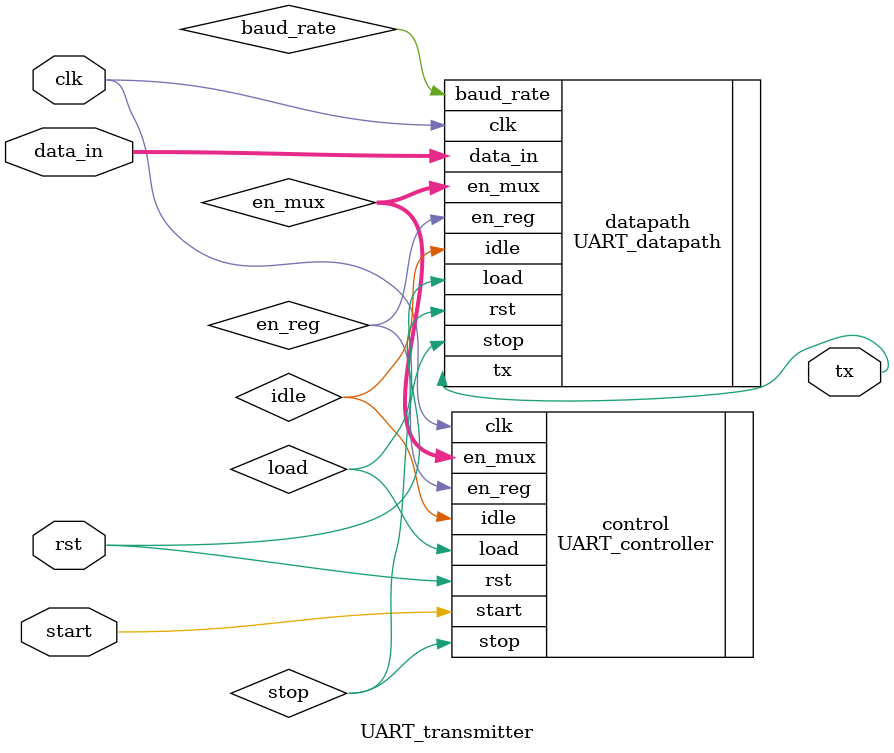
<source format=sv>
module UART_transmitter(
    input logic clk,
    input logic start,
    input logic rst,
    input logic [7:0] data_in,
    output logic tx
//    output logic stop,
//    output logic idle,
//    output logic en_reg,
//    output logic load,
//    output logic st_not,
//    output logic [1:0] en_mux
);

    logic stop;
    logic idle;
    logic en_reg;
    logic load;
    // logic en_st;
    // logic st_not;
    logic [1:0] en_mux;
    logic baud_rate;
    UART_datapath datapath(.clk(clk),.stop(stop),.rst(rst),.idle(idle),.en_reg(en_reg),.load(load),./*en_st(en_st),.*/en_mux(en_mux),.data_in(data_in)/*,.start(start),.st_not(st_not)*/,.tx(tx),.baud_rate(baud_rate));
    UART_controller control(.start(start),.clk(clk),.rst(rst),./*en_st(en_st),.*/load(load),.idle(idle),.stop(stop)/*,.st_not(st_not)*/,.en_reg(en_reg),.en_mux(en_mux));
endmodule

</source>
